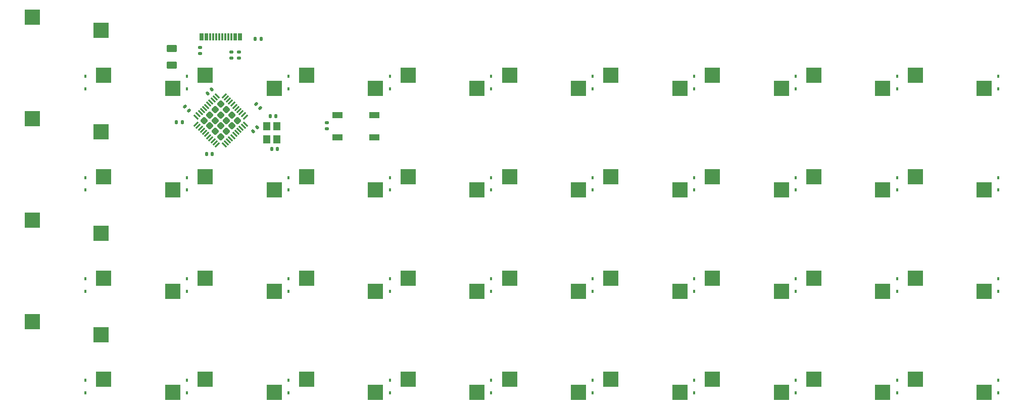
<source format=gbp>
%TF.GenerationSoftware,KiCad,Pcbnew,(6.0.4-0)*%
%TF.CreationDate,2023-02-28T23:00:36-06:00*%
%TF.ProjectId,bancouver40_cfx,62616e63-6f75-4766-9572-34305f636678,rev?*%
%TF.SameCoordinates,Original*%
%TF.FileFunction,Paste,Bot*%
%TF.FilePolarity,Positive*%
%FSLAX46Y46*%
G04 Gerber Fmt 4.6, Leading zero omitted, Abs format (unit mm)*
G04 Created by KiCad (PCBNEW (6.0.4-0)) date 2023-02-28 23:00:36*
%MOMM*%
%LPD*%
G01*
G04 APERTURE LIST*
G04 Aperture macros list*
%AMRoundRect*
0 Rectangle with rounded corners*
0 $1 Rounding radius*
0 $2 $3 $4 $5 $6 $7 $8 $9 X,Y pos of 4 corners*
0 Add a 4 corners polygon primitive as box body*
4,1,4,$2,$3,$4,$5,$6,$7,$8,$9,$2,$3,0*
0 Add four circle primitives for the rounded corners*
1,1,$1+$1,$2,$3*
1,1,$1+$1,$4,$5*
1,1,$1+$1,$6,$7*
1,1,$1+$1,$8,$9*
0 Add four rect primitives between the rounded corners*
20,1,$1+$1,$2,$3,$4,$5,0*
20,1,$1+$1,$4,$5,$6,$7,0*
20,1,$1+$1,$6,$7,$8,$9,0*
20,1,$1+$1,$8,$9,$2,$3,0*%
G04 Aperture macros list end*
%ADD10R,2.600000X2.600000*%
%ADD11R,0.450000X0.600000*%
%ADD12RoundRect,0.140000X0.219203X0.021213X0.021213X0.219203X-0.219203X-0.021213X-0.021213X-0.219203X0*%
%ADD13RoundRect,0.135000X-0.185000X0.135000X-0.185000X-0.135000X0.185000X-0.135000X0.185000X0.135000X0*%
%ADD14RoundRect,0.140000X0.021213X-0.219203X0.219203X-0.021213X-0.021213X0.219203X-0.219203X0.021213X0*%
%ADD15RoundRect,0.250000X0.000000X0.388909X-0.388909X0.000000X0.000000X-0.388909X0.388909X0.000000X0*%
%ADD16RoundRect,0.062500X0.291682X0.380070X-0.380070X-0.291682X-0.291682X-0.380070X0.380070X0.291682X0*%
%ADD17RoundRect,0.062500X-0.291682X0.380070X-0.380070X0.291682X0.291682X-0.380070X0.380070X-0.291682X0*%
%ADD18RoundRect,0.140000X-0.140000X-0.170000X0.140000X-0.170000X0.140000X0.170000X-0.140000X0.170000X0*%
%ADD19R,1.200000X1.400000*%
%ADD20RoundRect,0.140000X-0.021213X0.219203X-0.219203X0.021213X0.021213X-0.219203X0.219203X-0.021213X0*%
%ADD21RoundRect,0.135000X0.135000X0.185000X-0.135000X0.185000X-0.135000X-0.185000X0.135000X-0.185000X0*%
%ADD22R,1.800000X1.100000*%
%ADD23RoundRect,0.135000X-0.135000X-0.185000X0.135000X-0.185000X0.135000X0.185000X-0.135000X0.185000X0*%
%ADD24RoundRect,0.140000X0.140000X0.170000X-0.140000X0.170000X-0.140000X-0.170000X0.140000X-0.170000X0*%
%ADD25R,0.300000X1.150000*%
%ADD26RoundRect,0.250000X-0.625000X0.375000X-0.625000X-0.375000X0.625000X-0.375000X0.625000X0.375000X0*%
%ADD27RoundRect,0.140000X-0.219203X-0.021213X-0.021213X-0.219203X0.219203X0.021213X0.021213X0.219203X0*%
G04 APERTURE END LIST*
D10*
%TO.C,SW25*%
X154149929Y-63324973D03*
X142599929Y-61124973D03*
%TD*%
%TO.C,SW17*%
X188149913Y-46324981D03*
X176599913Y-44124981D03*
%TD*%
%TO.C,SW23*%
X120149945Y-63324973D03*
X108599945Y-61124973D03*
%TD*%
%TO.C,SW26*%
X171149921Y-63324973D03*
X159599921Y-61124973D03*
%TD*%
%TO.C,SW13*%
X120149945Y-46324981D03*
X108599945Y-44124981D03*
%TD*%
%TO.C,SW20*%
X239149889Y-46324981D03*
X227599889Y-44124981D03*
%TD*%
%TO.C,SW16*%
X171149921Y-46324981D03*
X159599921Y-44124981D03*
%TD*%
%TO.C,SW4*%
X137149937Y-29324989D03*
X125599937Y-27124989D03*
%TD*%
%TO.C,SW1*%
X79599961Y-17424989D03*
X91149961Y-19624989D03*
%TD*%
%TO.C,SW29*%
X222149897Y-63324973D03*
X210599897Y-61124973D03*
%TD*%
%TO.C,SW15*%
X154149929Y-46324981D03*
X142599929Y-44124981D03*
%TD*%
%TO.C,SW34*%
X137149937Y-80324965D03*
X125599937Y-78124965D03*
%TD*%
%TO.C,SW6*%
X171149921Y-29324989D03*
X159599921Y-27124989D03*
%TD*%
%TO.C,SW10*%
X239149889Y-29324989D03*
X227599889Y-27124989D03*
%TD*%
%TO.C,SW33*%
X120149945Y-80324965D03*
X108599945Y-78124965D03*
%TD*%
%TO.C,SW27*%
X188149913Y-63324973D03*
X176599913Y-61124973D03*
%TD*%
%TO.C,SW30*%
X239149889Y-63324973D03*
X227599889Y-61124973D03*
%TD*%
%TO.C,SW7*%
X188149913Y-29324989D03*
X176599913Y-27124989D03*
%TD*%
%TO.C,SW19*%
X222149897Y-46324981D03*
X210599897Y-44124981D03*
%TD*%
%TO.C,SW40*%
X239149889Y-80324965D03*
X227599889Y-78124965D03*
%TD*%
%TO.C,SW24*%
X137149937Y-63324973D03*
X125599937Y-61124973D03*
%TD*%
%TO.C,SW32*%
X103149953Y-80324965D03*
X91599953Y-78124965D03*
%TD*%
%TO.C,SW5*%
X154149929Y-29324989D03*
X142599929Y-27124989D03*
%TD*%
%TO.C,SW31*%
X79599961Y-68424965D03*
X91149961Y-70624965D03*
%TD*%
%TO.C,SW38*%
X205149905Y-80324965D03*
X193599905Y-78124965D03*
%TD*%
%TO.C,SW35*%
X154149929Y-80324965D03*
X142599929Y-78124965D03*
%TD*%
%TO.C,SW18*%
X205149905Y-46324981D03*
X193599905Y-44124981D03*
%TD*%
%TO.C,SW3*%
X120149945Y-29324989D03*
X108599945Y-27124989D03*
%TD*%
%TO.C,SW9*%
X222149897Y-29324989D03*
X210599897Y-27124989D03*
%TD*%
%TO.C,SW14*%
X137149937Y-46324981D03*
X125599937Y-44124981D03*
%TD*%
%TO.C,SW21*%
X79599961Y-51424973D03*
X91149961Y-53624973D03*
%TD*%
%TO.C,SW2*%
X103149953Y-29324989D03*
X91599953Y-27124989D03*
%TD*%
%TO.C,SW12*%
X103149953Y-46324981D03*
X91599953Y-44124981D03*
%TD*%
%TO.C,SW36*%
X171149921Y-80324965D03*
X159599921Y-78124965D03*
%TD*%
%TO.C,SW22*%
X103149953Y-63324973D03*
X91599953Y-61124973D03*
%TD*%
%TO.C,SW28*%
X205149905Y-63324973D03*
X193599905Y-61124973D03*
%TD*%
%TO.C,SW37*%
X188149913Y-80324965D03*
X176599913Y-78124965D03*
%TD*%
%TO.C,SW11*%
X79599961Y-34424981D03*
X91149961Y-36624981D03*
%TD*%
%TO.C,SW39*%
X222149897Y-80324965D03*
X210599897Y-78124965D03*
%TD*%
%TO.C,SW8*%
X205149905Y-29324989D03*
X193599905Y-27124989D03*
%TD*%
D11*
%TO.C,D35*%
X156541593Y-78283296D03*
X156541593Y-80383296D03*
%TD*%
%TO.C,D31*%
X88541625Y-78283296D03*
X88541625Y-80383296D03*
%TD*%
%TO.C,D30*%
X241541553Y-61283304D03*
X241541553Y-63383304D03*
%TD*%
%TO.C,D34*%
X139541601Y-78283296D03*
X139541601Y-80383296D03*
%TD*%
D12*
%TO.C,C5*%
X105839411Y-33089411D03*
X105160589Y-32410589D03*
%TD*%
D13*
%TO.C,R4*%
X114250000Y-23240000D03*
X114250000Y-24260000D03*
%TD*%
D11*
%TO.C,D11*%
X88541625Y-44283312D03*
X88541625Y-46383312D03*
%TD*%
%TO.C,D8*%
X207541569Y-27283320D03*
X207541569Y-29383320D03*
%TD*%
%TO.C,D22*%
X105541617Y-61283304D03*
X105541617Y-63383304D03*
%TD*%
%TO.C,D24*%
X139541601Y-61283304D03*
X139541601Y-63383304D03*
%TD*%
D14*
%TO.C,C4*%
X116660589Y-36539411D03*
X117339411Y-35860589D03*
%TD*%
D15*
%TO.C,U1*%
X108450565Y-34708317D03*
X111208281Y-35627556D03*
X111208281Y-31950601D03*
X111208281Y-37466033D03*
X109369803Y-35627556D03*
X112127520Y-32869839D03*
X110289042Y-32869839D03*
X110289042Y-36546795D03*
X111208281Y-33789078D03*
X113046759Y-33789078D03*
X113965997Y-34708317D03*
X110289042Y-34708317D03*
X112127520Y-34708317D03*
X113046759Y-35627556D03*
X112127520Y-36546795D03*
X109369803Y-33789078D03*
D16*
X111800483Y-30580581D03*
X112154036Y-30934135D03*
X112507590Y-31287688D03*
X112861143Y-31641241D03*
X113214696Y-31994795D03*
X113568250Y-32348348D03*
X113921803Y-32701902D03*
X114275357Y-33055455D03*
X114628910Y-33409008D03*
X114982463Y-33762562D03*
X115336017Y-34116115D03*
D17*
X115336017Y-35300519D03*
X114982463Y-35654072D03*
X114628910Y-36007626D03*
X114275357Y-36361179D03*
X113921803Y-36714732D03*
X113568250Y-37068286D03*
X113214696Y-37421839D03*
X112861143Y-37775393D03*
X112507590Y-38128946D03*
X112154036Y-38482499D03*
X111800483Y-38836053D03*
D16*
X110616079Y-38836053D03*
X110262526Y-38482499D03*
X109908972Y-38128946D03*
X109555419Y-37775393D03*
X109201866Y-37421839D03*
X108848312Y-37068286D03*
X108494759Y-36714732D03*
X108141205Y-36361179D03*
X107787652Y-36007626D03*
X107434099Y-35654072D03*
X107080545Y-35300519D03*
D17*
X107080545Y-34116115D03*
X107434099Y-33762562D03*
X107787652Y-33409008D03*
X108141205Y-33055455D03*
X108494759Y-32701902D03*
X108848312Y-32348348D03*
X109201866Y-31994795D03*
X109555419Y-31641241D03*
X109908972Y-31287688D03*
X110262526Y-30934135D03*
X110616079Y-30580581D03*
%TD*%
D11*
%TO.C,D27*%
X190541577Y-61283304D03*
X190541577Y-63383304D03*
%TD*%
%TO.C,D4*%
X139541601Y-27283320D03*
X139541601Y-29383320D03*
%TD*%
%TO.C,D40*%
X241541553Y-78283296D03*
X241541553Y-80383296D03*
%TD*%
%TO.C,D29*%
X224541561Y-61283304D03*
X224541561Y-63383304D03*
%TD*%
%TO.C,D28*%
X207541569Y-61283304D03*
X207541569Y-63383304D03*
%TD*%
%TO.C,D33*%
X122541609Y-78283296D03*
X122541609Y-80383296D03*
%TD*%
%TO.C,D15*%
X156541593Y-44283312D03*
X156541593Y-46383312D03*
%TD*%
%TO.C,D9*%
X224541561Y-27283320D03*
X224541561Y-29383320D03*
%TD*%
%TO.C,D21*%
X88541625Y-61283304D03*
X88541625Y-63383304D03*
%TD*%
D18*
%TO.C,C2*%
X119520000Y-34000000D03*
X120480000Y-34000000D03*
%TD*%
D19*
%TO.C,Y1*%
X118900000Y-37850000D03*
X118900000Y-35650000D03*
X120600000Y-35650000D03*
X120600000Y-37850000D03*
%TD*%
D11*
%TO.C,D32*%
X105541617Y-78283296D03*
X105541617Y-80383296D03*
%TD*%
D13*
%TO.C,R5*%
X113000000Y-23240000D03*
X113000000Y-24260000D03*
%TD*%
D11*
%TO.C,D19*%
X224541561Y-44283312D03*
X224541561Y-46383312D03*
%TD*%
%TO.C,D10*%
X241541553Y-27283320D03*
X241541553Y-29383320D03*
%TD*%
%TO.C,D14*%
X139541601Y-44283312D03*
X139541601Y-46383312D03*
%TD*%
%TO.C,D6*%
X173541585Y-27283320D03*
X173541585Y-29383320D03*
%TD*%
D20*
%TO.C,C7*%
X109689411Y-29535589D03*
X109010589Y-30214411D03*
%TD*%
D11*
%TO.C,D18*%
X207541569Y-44283312D03*
X207541569Y-46383312D03*
%TD*%
D21*
%TO.C,R6*%
X104760000Y-35000000D03*
X103740000Y-35000000D03*
%TD*%
D11*
%TO.C,D16*%
X173541585Y-44283312D03*
X173541585Y-46383312D03*
%TD*%
%TO.C,D13*%
X122541609Y-44283312D03*
X122541609Y-46383312D03*
%TD*%
%TO.C,D25*%
X156541593Y-61283304D03*
X156541593Y-63383304D03*
%TD*%
D22*
%TO.C,B1*%
X136940000Y-33820000D03*
X130740000Y-33820000D03*
X136940000Y-37520000D03*
X130740000Y-37520000D03*
%TD*%
D11*
%TO.C,D26*%
X173541585Y-61283304D03*
X173541585Y-63383304D03*
%TD*%
%TO.C,D1*%
X88541625Y-27283320D03*
X88541625Y-29383320D03*
%TD*%
%TO.C,D3*%
X122541609Y-27283320D03*
X122541609Y-29383320D03*
%TD*%
D18*
%TO.C,C6*%
X108831615Y-40374981D03*
X109791615Y-40374981D03*
%TD*%
D11*
%TO.C,D7*%
X190541577Y-27283320D03*
X190541577Y-29383320D03*
%TD*%
D23*
%TO.C,R3*%
X116990000Y-21000000D03*
X118010000Y-21000000D03*
%TD*%
D11*
%TO.C,D23*%
X122541609Y-61283304D03*
X122541609Y-63383304D03*
%TD*%
D24*
%TO.C,C1*%
X120730000Y-39500000D03*
X119770000Y-39500000D03*
%TD*%
D11*
%TO.C,D17*%
X190541577Y-44283312D03*
X190541577Y-46383312D03*
%TD*%
D25*
%TO.C,J1*%
X107858281Y-20669992D03*
X108658281Y-20669992D03*
X109958281Y-20669992D03*
X110958281Y-20669992D03*
X111458281Y-20669992D03*
X112458281Y-20669992D03*
X113758281Y-20669992D03*
X114558281Y-20669992D03*
X114258281Y-20669992D03*
X113458281Y-20669992D03*
X112958281Y-20669992D03*
X111958281Y-20669992D03*
X110458281Y-20669992D03*
X109458281Y-20669992D03*
X108958281Y-20669992D03*
X108158281Y-20669992D03*
%TD*%
D11*
%TO.C,D12*%
X105541617Y-44283312D03*
X105541617Y-46383312D03*
%TD*%
%TO.C,D5*%
X156541593Y-27283320D03*
X156541593Y-29383320D03*
%TD*%
%TO.C,D37*%
X190541577Y-78283296D03*
X190541577Y-80383296D03*
%TD*%
%TO.C,D36*%
X173541585Y-78283296D03*
X173541585Y-80383296D03*
%TD*%
D26*
%TO.C,F1*%
X103000000Y-22600000D03*
X103000000Y-25400000D03*
%TD*%
D27*
%TO.C,C3*%
X117140589Y-31980589D03*
X117819411Y-32659411D03*
%TD*%
D13*
%TO.C,R2*%
X107750000Y-22480000D03*
X107750000Y-23500000D03*
%TD*%
D11*
%TO.C,D39*%
X224541561Y-78283296D03*
X224541561Y-80383296D03*
%TD*%
D13*
%TO.C,R1*%
X128950000Y-35100000D03*
X128950000Y-36120000D03*
%TD*%
D11*
%TO.C,D20*%
X241541553Y-44283312D03*
X241541553Y-46383312D03*
%TD*%
%TO.C,D38*%
X207541569Y-78283296D03*
X207541569Y-80383296D03*
%TD*%
%TO.C,D2*%
X105541617Y-27283320D03*
X105541617Y-29383320D03*
%TD*%
M02*

</source>
